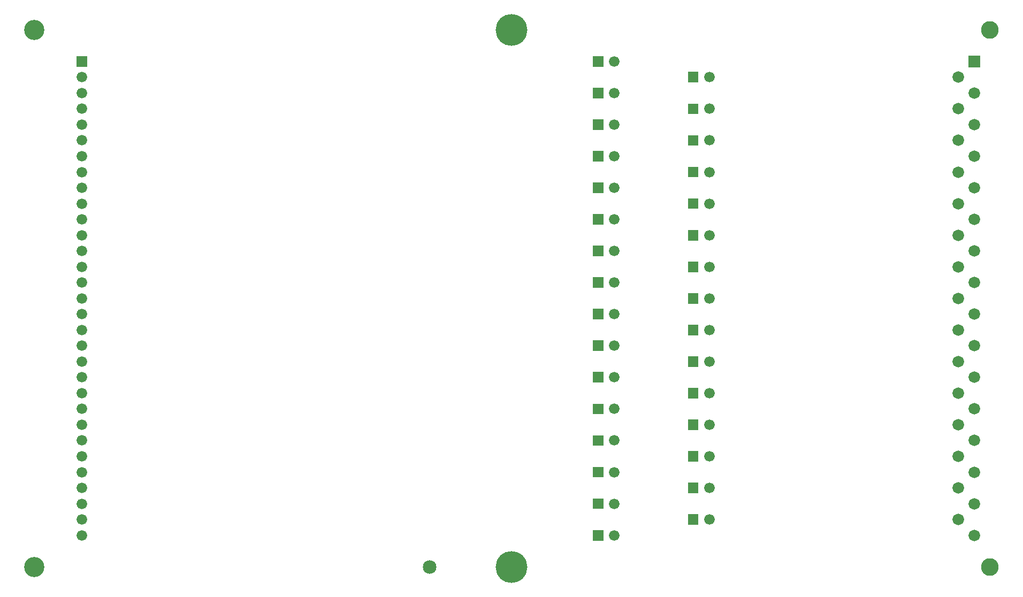
<source format=gbr>
G04 start of page 7 for group -4063 idx -4063 *
G04 Title: 01.003.00.01.01_main_pcb_layout.pcb, componentmask *
G04 Creator: pcb 20100929 *
G04 CreationDate: Sat Sep 29 18:10:19 2012 UTC *
G04 For: bert *
G04 Format: Gerber/RS-274X *
G04 PCB-Dimensions: 629925 393705 *
G04 PCB-Coordinate-Origin: lower left *
%MOIN*%
%FSLAX25Y25*%
%LNFRONTMASK*%
%ADD11C,0.0200*%
%ADD12C,0.0720*%
%ADD13C,0.1980*%
%ADD17C,0.1100*%
%ADD18C,0.1260*%
%ADD23C,0.0850*%
%ADD24C,0.0660*%
G54D11*G36*
X599548Y348093D02*Y340893D01*
X606748D01*
Y348093D01*
X599548D01*
G37*
G54D12*X593306Y334651D03*
X603148Y324808D03*
X593306Y314966D03*
X603148Y305123D03*
X593306Y295280D03*
X603148Y285438D03*
G54D17*X612991Y364178D03*
G54D13*X314961Y364177D03*
Y29532D03*
G54D23*X263780D03*
G54D18*X17717Y364177D03*
Y29532D03*
G54D11*G36*
X43944Y347792D02*Y341192D01*
X50544D01*
Y347792D01*
X43944D01*
G37*
G54D24*X47244Y334650D03*
Y324807D03*
Y314965D03*
Y305122D03*
Y295280D03*
Y285437D03*
Y275595D03*
Y265752D03*
Y255910D03*
Y246067D03*
Y236225D03*
Y226382D03*
Y216540D03*
Y206697D03*
Y196855D03*
Y187012D03*
Y177170D03*
Y167327D03*
Y157485D03*
Y147642D03*
Y137799D03*
Y127957D03*
Y118114D03*
Y108272D03*
Y98429D03*
Y88587D03*
Y78744D03*
Y68902D03*
Y59059D03*
Y49217D03*
G54D12*X593306Y275595D03*
Y255910D03*
Y236225D03*
X603148Y265753D03*
Y246068D03*
Y226383D03*
X593306Y216540D03*
Y196856D03*
Y177171D03*
Y157486D03*
X603148Y206698D03*
Y187013D03*
Y167328D03*
Y147643D03*
X593306Y137800D03*
Y118115D03*
Y98430D03*
Y78745D03*
Y59060D03*
X603148Y127958D03*
Y108273D03*
Y88588D03*
Y68903D03*
Y49218D03*
G54D17*X612991Y29532D03*
G54D11*G36*
X365716Y347792D02*Y341192D01*
X372316D01*
Y347792D01*
X365716D01*
G37*
G54D24*X379016Y344492D03*
G54D11*G36*
X365716Y328107D02*Y321507D01*
X372316D01*
Y328107D01*
X365716D01*
G37*
G54D24*X379016Y324807D03*
G54D11*G36*
X365716Y308422D02*Y301822D01*
X372316D01*
Y308422D01*
X365716D01*
G37*
G54D24*X379016Y305122D03*
G54D11*G36*
X365716Y288737D02*Y282137D01*
X372316D01*
Y288737D01*
X365716D01*
G37*
G54D24*X379016Y285437D03*
G54D11*G36*
X424771Y337950D02*Y331350D01*
X431371D01*
Y337950D01*
X424771D01*
G37*
G36*
X365716Y269052D02*Y262452D01*
X372316D01*
Y269052D01*
X365716D01*
G37*
G36*
Y229682D02*Y223082D01*
X372316D01*
Y229682D01*
X365716D01*
G37*
G36*
Y209997D02*Y203397D01*
X372316D01*
Y209997D01*
X365716D01*
G37*
G54D24*X379016Y265752D03*
Y226382D03*
Y206697D03*
G54D11*G36*
X365716Y249367D02*Y242767D01*
X372316D01*
Y249367D01*
X365716D01*
G37*
G54D24*X379016Y246067D03*
G54D11*G36*
X365716Y190312D02*Y183712D01*
X372316D01*
Y190312D01*
X365716D01*
G37*
G36*
Y170627D02*Y164027D01*
X372316D01*
Y170627D01*
X365716D01*
G37*
G36*
Y150942D02*Y144342D01*
X372316D01*
Y150942D01*
X365716D01*
G37*
G54D24*X379016Y187012D03*
Y167327D03*
Y147642D03*
Y127957D03*
Y88587D03*
Y68902D03*
G54D11*G36*
X365716Y111572D02*Y104972D01*
X372316D01*
Y111572D01*
X365716D01*
G37*
G54D24*X379016Y108272D03*
G54D11*G36*
X365716Y131257D02*Y124657D01*
X372316D01*
Y131257D01*
X365716D01*
G37*
G36*
Y91887D02*Y85287D01*
X372316D01*
Y91887D01*
X365716D01*
G37*
G36*
Y72202D02*Y65602D01*
X372316D01*
Y72202D01*
X365716D01*
G37*
G36*
Y52517D02*Y45917D01*
X372316D01*
Y52517D01*
X365716D01*
G37*
G54D24*X379016Y49217D03*
X438071Y334650D03*
G54D11*G36*
X424771Y318265D02*Y311665D01*
X431371D01*
Y318265D01*
X424771D01*
G37*
G36*
Y298580D02*Y291980D01*
X431371D01*
Y298580D01*
X424771D01*
G37*
G36*
Y278895D02*Y272295D01*
X431371D01*
Y278895D01*
X424771D01*
G37*
G54D24*X438071Y314965D03*
Y295280D03*
Y275595D03*
Y255910D03*
Y236225D03*
Y216540D03*
G54D11*G36*
X424771Y259210D02*Y252610D01*
X431371D01*
Y259210D01*
X424771D01*
G37*
G36*
Y239525D02*Y232925D01*
X431371D01*
Y239525D01*
X424771D01*
G37*
G36*
Y219840D02*Y213240D01*
X431371D01*
Y219840D01*
X424771D01*
G37*
G54D24*X438071Y196855D03*
Y157485D03*
Y137800D03*
G54D11*G36*
X424771Y180470D02*Y173870D01*
X431371D01*
Y180470D01*
X424771D01*
G37*
G54D24*X438071Y177170D03*
G54D11*G36*
X424771Y200155D02*Y193555D01*
X431371D01*
Y200155D01*
X424771D01*
G37*
G36*
Y160785D02*Y154185D01*
X431371D01*
Y160785D01*
X424771D01*
G37*
G36*
Y141100D02*Y134500D01*
X431371D01*
Y141100D01*
X424771D01*
G37*
G36*
Y121415D02*Y114815D01*
X431371D01*
Y121415D01*
X424771D01*
G37*
G36*
Y82044D02*Y75444D01*
X431371D01*
Y82044D01*
X424771D01*
G37*
G36*
Y62359D02*Y55759D01*
X431371D01*
Y62359D01*
X424771D01*
G37*
G54D24*X438071Y118115D03*
Y78744D03*
Y59059D03*
G54D11*G36*
X424771Y101729D02*Y95129D01*
X431371D01*
Y101729D01*
X424771D01*
G37*
G54D24*X438071Y98429D03*
M02*

</source>
